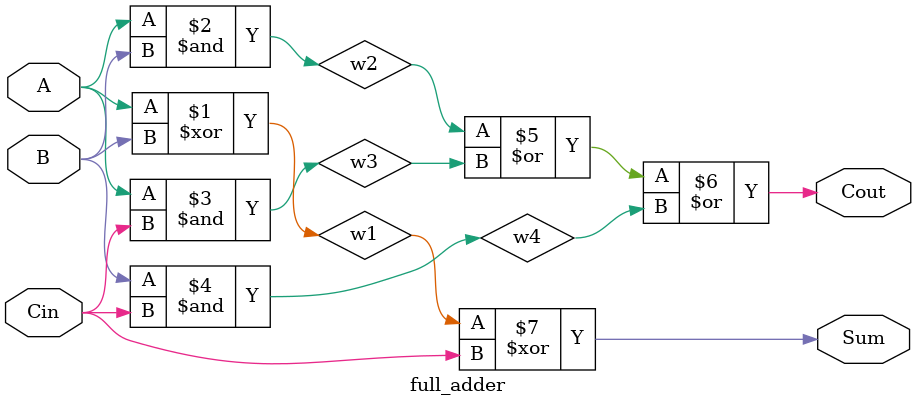
<source format=v>
module rca_40b(S, A, B, Cout, Cin);

	input [39:0]  A, B;
	input			  Cin;
	output [39:0] S;
	output		  Cout;
	
	
	wire [39:0] Carry; // save Cout
	full_adder fa1(A[0], B[0], Cin, Carry[0], S[0]); // using input Cin for setting wire Carry
	
	genvar i;
	generate
	for(i=1;i<40;i=i+1) begin: rca_loop // loop
		full_adder fa2(A[i], B[i], Carry[i-1], Carry[i], S[i]); // using full adder 39times 
	end
	
	assign Cout=Carry[39];
	endgenerate
	
endmodule

module full_adder(input A, B, Cin, output Cout, Sum);
	assign w1 = A ^ B; // XOR operator
	assign w2 = A & B; // AND operator
	assign w3 = A & Cin; // AND operator
	assign w4 = B & Cin; // AND operator
	
	assign Cout = w2 | w3 | w4; // OR operator
	assign Sum = w1 ^ Cin; // XOR operator
endmodule

</source>
